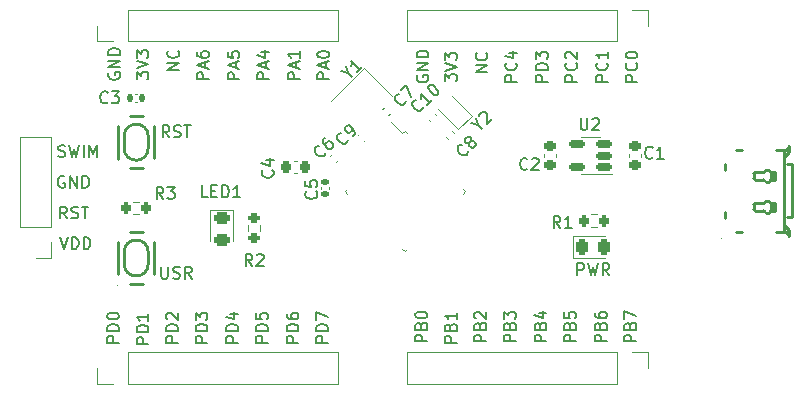
<source format=gto>
G04 #@! TF.GenerationSoftware,KiCad,Pcbnew,(6.0.7-1)-1*
G04 #@! TF.CreationDate,2023-06-08T21:11:32-04:00*
G04 #@! TF.ProjectId,stm8l151k6t6_board,73746d38-6c31-4353-916b-3674365f626f,rev?*
G04 #@! TF.SameCoordinates,Original*
G04 #@! TF.FileFunction,Legend,Top*
G04 #@! TF.FilePolarity,Positive*
%FSLAX46Y46*%
G04 Gerber Fmt 4.6, Leading zero omitted, Abs format (unit mm)*
G04 Created by KiCad (PCBNEW (6.0.7-1)-1) date 2023-06-08 21:11:32*
%MOMM*%
%LPD*%
G01*
G04 APERTURE LIST*
G04 Aperture macros list*
%AMRoundRect*
0 Rectangle with rounded corners*
0 $1 Rounding radius*
0 $2 $3 $4 $5 $6 $7 $8 $9 X,Y pos of 4 corners*
0 Add a 4 corners polygon primitive as box body*
4,1,4,$2,$3,$4,$5,$6,$7,$8,$9,$2,$3,0*
0 Add four circle primitives for the rounded corners*
1,1,$1+$1,$2,$3*
1,1,$1+$1,$4,$5*
1,1,$1+$1,$6,$7*
1,1,$1+$1,$8,$9*
0 Add four rect primitives between the rounded corners*
20,1,$1+$1,$2,$3,$4,$5,0*
20,1,$1+$1,$4,$5,$6,$7,0*
20,1,$1+$1,$6,$7,$8,$9,0*
20,1,$1+$1,$8,$9,$2,$3,0*%
%AMRotRect*
0 Rectangle, with rotation*
0 The origin of the aperture is its center*
0 $1 length*
0 $2 width*
0 $3 Rotation angle, in degrees counterclockwise*
0 Add horizontal line*
21,1,$1,$2,0,0,$3*%
G04 Aperture macros list end*
%ADD10C,0.160000*%
%ADD11C,0.150000*%
%ADD12C,0.120000*%
%ADD13C,0.254001*%
%ADD14C,0.059995*%
%ADD15RoundRect,0.140000X-0.219203X-0.021213X-0.021213X-0.219203X0.219203X0.021213X0.021213X0.219203X0*%
%ADD16R,1.700000X1.700000*%
%ADD17O,1.700000X1.700000*%
%ADD18C,3.200000*%
%ADD19RoundRect,0.150000X0.512500X0.150000X-0.512500X0.150000X-0.512500X-0.150000X0.512500X-0.150000X0*%
%ADD20RoundRect,0.225000X0.225000X0.250000X-0.225000X0.250000X-0.225000X-0.250000X0.225000X-0.250000X0*%
%ADD21RotRect,1.400000X1.200000X225.000000*%
%ADD22RoundRect,0.140000X-0.140000X-0.170000X0.140000X-0.170000X0.140000X0.170000X-0.140000X0.170000X0*%
%ADD23RoundRect,0.140000X0.021213X-0.219203X0.219203X-0.021213X-0.021213X0.219203X-0.219203X0.021213X0*%
%ADD24RoundRect,0.200000X-0.200000X-0.275000X0.200000X-0.275000X0.200000X0.275000X-0.200000X0.275000X0*%
%ADD25RoundRect,0.200000X-0.275000X0.200000X-0.275000X-0.200000X0.275000X-0.200000X0.275000X0.200000X0*%
%ADD26C,0.600000*%
%ADD27R,1.350013X0.400000*%
%ADD28R,1.199898X1.600000*%
%ADD29O,2.400000X1.200000*%
%ADD30RoundRect,0.125000X-0.530330X0.353553X0.353553X-0.530330X0.530330X-0.353553X-0.353553X0.530330X0*%
%ADD31RoundRect,0.125000X-0.530330X-0.353553X-0.353553X-0.530330X0.530330X0.353553X0.353553X0.530330X0*%
%ADD32RoundRect,0.225000X0.250000X-0.225000X0.250000X0.225000X-0.250000X0.225000X-0.250000X-0.225000X0*%
%ADD33RoundRect,0.140000X0.219203X0.021213X0.021213X0.219203X-0.219203X-0.021213X-0.021213X-0.219203X0*%
%ADD34R,0.700000X1.050013*%
%ADD35RoundRect,0.243750X-0.243750X-0.456250X0.243750X-0.456250X0.243750X0.456250X-0.243750X0.456250X0*%
%ADD36RotRect,0.600000X1.100000X135.000000*%
%ADD37RoundRect,0.140000X-0.170000X0.140000X-0.170000X-0.140000X0.170000X-0.140000X0.170000X0.140000X0*%
%ADD38RoundRect,0.225000X-0.250000X0.225000X-0.250000X-0.225000X0.250000X-0.225000X0.250000X0.225000X0*%
%ADD39RoundRect,0.140000X-0.021213X0.219203X-0.219203X0.021213X0.021213X-0.219203X0.219203X-0.021213X0*%
%ADD40RoundRect,0.243750X-0.456250X0.243750X-0.456250X-0.243750X0.456250X-0.243750X0.456250X0.243750X0*%
G04 APERTURE END LIST*
D10*
X109252380Y-88457904D02*
X108252380Y-88457904D01*
X109252380Y-87886476D01*
X108252380Y-87886476D01*
X109157142Y-86838857D02*
X109204761Y-86886476D01*
X109252380Y-87029333D01*
X109252380Y-87124571D01*
X109204761Y-87267428D01*
X109109523Y-87362666D01*
X109014285Y-87410285D01*
X108823809Y-87457904D01*
X108680952Y-87457904D01*
X108490476Y-87410285D01*
X108395238Y-87362666D01*
X108300000Y-87267428D01*
X108252380Y-87124571D01*
X108252380Y-87029333D01*
X108300000Y-86886476D01*
X108347619Y-86838857D01*
X121852380Y-111557904D02*
X120852380Y-111557904D01*
X120852380Y-111176952D01*
X120900000Y-111081714D01*
X120947619Y-111034095D01*
X121042857Y-110986476D01*
X121185714Y-110986476D01*
X121280952Y-111034095D01*
X121328571Y-111081714D01*
X121376190Y-111176952D01*
X121376190Y-111557904D01*
X121852380Y-110557904D02*
X120852380Y-110557904D01*
X120852380Y-110319809D01*
X120900000Y-110176952D01*
X120995238Y-110081714D01*
X121090476Y-110034095D01*
X121280952Y-109986476D01*
X121423809Y-109986476D01*
X121614285Y-110034095D01*
X121709523Y-110081714D01*
X121804761Y-110176952D01*
X121852380Y-110319809D01*
X121852380Y-110557904D01*
X120852380Y-109653142D02*
X120852380Y-108986476D01*
X121852380Y-109415047D01*
X111652380Y-111557904D02*
X110652380Y-111557904D01*
X110652380Y-111176952D01*
X110700000Y-111081714D01*
X110747619Y-111034095D01*
X110842857Y-110986476D01*
X110985714Y-110986476D01*
X111080952Y-111034095D01*
X111128571Y-111081714D01*
X111176190Y-111176952D01*
X111176190Y-111557904D01*
X111652380Y-110557904D02*
X110652380Y-110557904D01*
X110652380Y-110319809D01*
X110700000Y-110176952D01*
X110795238Y-110081714D01*
X110890476Y-110034095D01*
X111080952Y-109986476D01*
X111223809Y-109986476D01*
X111414285Y-110034095D01*
X111509523Y-110081714D01*
X111604761Y-110176952D01*
X111652380Y-110319809D01*
X111652380Y-110557904D01*
X110652380Y-109653142D02*
X110652380Y-109034095D01*
X111033333Y-109367428D01*
X111033333Y-109224571D01*
X111080952Y-109129333D01*
X111128571Y-109081714D01*
X111223809Y-109034095D01*
X111461904Y-109034095D01*
X111557142Y-109081714D01*
X111604761Y-109129333D01*
X111652380Y-109224571D01*
X111652380Y-109510285D01*
X111604761Y-109605523D01*
X111557142Y-109653142D01*
X116752380Y-111557904D02*
X115752380Y-111557904D01*
X115752380Y-111176952D01*
X115800000Y-111081714D01*
X115847619Y-111034095D01*
X115942857Y-110986476D01*
X116085714Y-110986476D01*
X116180952Y-111034095D01*
X116228571Y-111081714D01*
X116276190Y-111176952D01*
X116276190Y-111557904D01*
X116752380Y-110557904D02*
X115752380Y-110557904D01*
X115752380Y-110319809D01*
X115800000Y-110176952D01*
X115895238Y-110081714D01*
X115990476Y-110034095D01*
X116180952Y-109986476D01*
X116323809Y-109986476D01*
X116514285Y-110034095D01*
X116609523Y-110081714D01*
X116704761Y-110176952D01*
X116752380Y-110319809D01*
X116752380Y-110557904D01*
X115752380Y-109081714D02*
X115752380Y-109557904D01*
X116228571Y-109605523D01*
X116180952Y-109557904D01*
X116133333Y-109462666D01*
X116133333Y-109224571D01*
X116180952Y-109129333D01*
X116228571Y-109081714D01*
X116323809Y-109034095D01*
X116561904Y-109034095D01*
X116657142Y-109081714D01*
X116704761Y-109129333D01*
X116752380Y-109224571D01*
X116752380Y-109462666D01*
X116704761Y-109557904D01*
X116657142Y-109605523D01*
X119352380Y-111557904D02*
X118352380Y-111557904D01*
X118352380Y-111176952D01*
X118400000Y-111081714D01*
X118447619Y-111034095D01*
X118542857Y-110986476D01*
X118685714Y-110986476D01*
X118780952Y-111034095D01*
X118828571Y-111081714D01*
X118876190Y-111176952D01*
X118876190Y-111557904D01*
X119352380Y-110557904D02*
X118352380Y-110557904D01*
X118352380Y-110319809D01*
X118400000Y-110176952D01*
X118495238Y-110081714D01*
X118590476Y-110034095D01*
X118780952Y-109986476D01*
X118923809Y-109986476D01*
X119114285Y-110034095D01*
X119209523Y-110081714D01*
X119304761Y-110176952D01*
X119352380Y-110319809D01*
X119352380Y-110557904D01*
X118352380Y-109129333D02*
X118352380Y-109319809D01*
X118400000Y-109415047D01*
X118447619Y-109462666D01*
X118590476Y-109557904D01*
X118780952Y-109605523D01*
X119161904Y-109605523D01*
X119257142Y-109557904D01*
X119304761Y-109510285D01*
X119352380Y-109415047D01*
X119352380Y-109224571D01*
X119304761Y-109129333D01*
X119257142Y-109081714D01*
X119161904Y-109034095D01*
X118923809Y-109034095D01*
X118828571Y-109081714D01*
X118780952Y-109129333D01*
X118733333Y-109224571D01*
X118733333Y-109415047D01*
X118780952Y-109510285D01*
X118828571Y-109557904D01*
X118923809Y-109605523D01*
D11*
X99166666Y-102652380D02*
X99500000Y-103652380D01*
X99833333Y-102652380D01*
X100166666Y-103652380D02*
X100166666Y-102652380D01*
X100404761Y-102652380D01*
X100547619Y-102700000D01*
X100642857Y-102795238D01*
X100690476Y-102890476D01*
X100738095Y-103080952D01*
X100738095Y-103223809D01*
X100690476Y-103414285D01*
X100642857Y-103509523D01*
X100547619Y-103604761D01*
X100404761Y-103652380D01*
X100166666Y-103652380D01*
X101166666Y-103652380D02*
X101166666Y-102652380D01*
X101404761Y-102652380D01*
X101547619Y-102700000D01*
X101642857Y-102795238D01*
X101690476Y-102890476D01*
X101738095Y-103080952D01*
X101738095Y-103223809D01*
X101690476Y-103414285D01*
X101642857Y-103509523D01*
X101547619Y-103604761D01*
X101404761Y-103652380D01*
X101166666Y-103652380D01*
D10*
X148052380Y-89457904D02*
X147052380Y-89457904D01*
X147052380Y-89076952D01*
X147100000Y-88981714D01*
X147147619Y-88934095D01*
X147242857Y-88886476D01*
X147385714Y-88886476D01*
X147480952Y-88934095D01*
X147528571Y-88981714D01*
X147576190Y-89076952D01*
X147576190Y-89457904D01*
X147957142Y-87886476D02*
X148004761Y-87934095D01*
X148052380Y-88076952D01*
X148052380Y-88172190D01*
X148004761Y-88315047D01*
X147909523Y-88410285D01*
X147814285Y-88457904D01*
X147623809Y-88505523D01*
X147480952Y-88505523D01*
X147290476Y-88457904D01*
X147195238Y-88410285D01*
X147100000Y-88315047D01*
X147052380Y-88172190D01*
X147052380Y-88076952D01*
X147100000Y-87934095D01*
X147147619Y-87886476D01*
X147052380Y-87267428D02*
X147052380Y-87172190D01*
X147100000Y-87076952D01*
X147147619Y-87029333D01*
X147242857Y-86981714D01*
X147433333Y-86934095D01*
X147671428Y-86934095D01*
X147861904Y-86981714D01*
X147957142Y-87029333D01*
X148004761Y-87076952D01*
X148052380Y-87172190D01*
X148052380Y-87267428D01*
X148004761Y-87362666D01*
X147957142Y-87410285D01*
X147861904Y-87457904D01*
X147671428Y-87505523D01*
X147433333Y-87505523D01*
X147242857Y-87457904D01*
X147147619Y-87410285D01*
X147100000Y-87362666D01*
X147052380Y-87267428D01*
X111752380Y-89257904D02*
X110752380Y-89257904D01*
X110752380Y-88876952D01*
X110800000Y-88781714D01*
X110847619Y-88734095D01*
X110942857Y-88686476D01*
X111085714Y-88686476D01*
X111180952Y-88734095D01*
X111228571Y-88781714D01*
X111276190Y-88876952D01*
X111276190Y-89257904D01*
X111466666Y-88305523D02*
X111466666Y-87829333D01*
X111752380Y-88400761D02*
X110752380Y-88067428D01*
X111752380Y-87734095D01*
X110752380Y-86972190D02*
X110752380Y-87162666D01*
X110800000Y-87257904D01*
X110847619Y-87305523D01*
X110990476Y-87400761D01*
X111180952Y-87448380D01*
X111561904Y-87448380D01*
X111657142Y-87400761D01*
X111704761Y-87353142D01*
X111752380Y-87257904D01*
X111752380Y-87067428D01*
X111704761Y-86972190D01*
X111657142Y-86924571D01*
X111561904Y-86876952D01*
X111323809Y-86876952D01*
X111228571Y-86924571D01*
X111180952Y-86972190D01*
X111133333Y-87067428D01*
X111133333Y-87257904D01*
X111180952Y-87353142D01*
X111228571Y-87400761D01*
X111323809Y-87448380D01*
X137852380Y-89457904D02*
X136852380Y-89457904D01*
X136852380Y-89076952D01*
X136900000Y-88981714D01*
X136947619Y-88934095D01*
X137042857Y-88886476D01*
X137185714Y-88886476D01*
X137280952Y-88934095D01*
X137328571Y-88981714D01*
X137376190Y-89076952D01*
X137376190Y-89457904D01*
X137757142Y-87886476D02*
X137804761Y-87934095D01*
X137852380Y-88076952D01*
X137852380Y-88172190D01*
X137804761Y-88315047D01*
X137709523Y-88410285D01*
X137614285Y-88457904D01*
X137423809Y-88505523D01*
X137280952Y-88505523D01*
X137090476Y-88457904D01*
X136995238Y-88410285D01*
X136900000Y-88315047D01*
X136852380Y-88172190D01*
X136852380Y-88076952D01*
X136900000Y-87934095D01*
X136947619Y-87886476D01*
X137185714Y-87029333D02*
X137852380Y-87029333D01*
X136804761Y-87267428D02*
X137519047Y-87505523D01*
X137519047Y-86886476D01*
X147952380Y-111457904D02*
X146952380Y-111457904D01*
X146952380Y-111076952D01*
X147000000Y-110981714D01*
X147047619Y-110934095D01*
X147142857Y-110886476D01*
X147285714Y-110886476D01*
X147380952Y-110934095D01*
X147428571Y-110981714D01*
X147476190Y-111076952D01*
X147476190Y-111457904D01*
X147428571Y-110124571D02*
X147476190Y-109981714D01*
X147523809Y-109934095D01*
X147619047Y-109886476D01*
X147761904Y-109886476D01*
X147857142Y-109934095D01*
X147904761Y-109981714D01*
X147952380Y-110076952D01*
X147952380Y-110457904D01*
X146952380Y-110457904D01*
X146952380Y-110124571D01*
X147000000Y-110029333D01*
X147047619Y-109981714D01*
X147142857Y-109934095D01*
X147238095Y-109934095D01*
X147333333Y-109981714D01*
X147380952Y-110029333D01*
X147428571Y-110124571D01*
X147428571Y-110457904D01*
X146952380Y-109553142D02*
X146952380Y-108886476D01*
X147952380Y-109315047D01*
D11*
X99752380Y-101052380D02*
X99419047Y-100576190D01*
X99180952Y-101052380D02*
X99180952Y-100052380D01*
X99561904Y-100052380D01*
X99657142Y-100100000D01*
X99704761Y-100147619D01*
X99752380Y-100242857D01*
X99752380Y-100385714D01*
X99704761Y-100480952D01*
X99657142Y-100528571D01*
X99561904Y-100576190D01*
X99180952Y-100576190D01*
X100133333Y-101004761D02*
X100276190Y-101052380D01*
X100514285Y-101052380D01*
X100609523Y-101004761D01*
X100657142Y-100957142D01*
X100704761Y-100861904D01*
X100704761Y-100766666D01*
X100657142Y-100671428D01*
X100609523Y-100623809D01*
X100514285Y-100576190D01*
X100323809Y-100528571D01*
X100228571Y-100480952D01*
X100180952Y-100433333D01*
X100133333Y-100338095D01*
X100133333Y-100242857D01*
X100180952Y-100147619D01*
X100228571Y-100100000D01*
X100323809Y-100052380D01*
X100561904Y-100052380D01*
X100704761Y-100100000D01*
X100990476Y-100052380D02*
X101561904Y-100052380D01*
X101276190Y-101052380D02*
X101276190Y-100052380D01*
D10*
X132752380Y-111557904D02*
X131752380Y-111557904D01*
X131752380Y-111176952D01*
X131800000Y-111081714D01*
X131847619Y-111034095D01*
X131942857Y-110986476D01*
X132085714Y-110986476D01*
X132180952Y-111034095D01*
X132228571Y-111081714D01*
X132276190Y-111176952D01*
X132276190Y-111557904D01*
X132228571Y-110224571D02*
X132276190Y-110081714D01*
X132323809Y-110034095D01*
X132419047Y-109986476D01*
X132561904Y-109986476D01*
X132657142Y-110034095D01*
X132704761Y-110081714D01*
X132752380Y-110176952D01*
X132752380Y-110557904D01*
X131752380Y-110557904D01*
X131752380Y-110224571D01*
X131800000Y-110129333D01*
X131847619Y-110081714D01*
X131942857Y-110034095D01*
X132038095Y-110034095D01*
X132133333Y-110081714D01*
X132180952Y-110129333D01*
X132228571Y-110224571D01*
X132228571Y-110557904D01*
X132752380Y-109034095D02*
X132752380Y-109605523D01*
X132752380Y-109319809D02*
X131752380Y-109319809D01*
X131895238Y-109415047D01*
X131990476Y-109510285D01*
X132038095Y-109605523D01*
X131752380Y-89453142D02*
X131752380Y-88834095D01*
X132133333Y-89167428D01*
X132133333Y-89024571D01*
X132180952Y-88929333D01*
X132228571Y-88881714D01*
X132323809Y-88834095D01*
X132561904Y-88834095D01*
X132657142Y-88881714D01*
X132704761Y-88929333D01*
X132752380Y-89024571D01*
X132752380Y-89310285D01*
X132704761Y-89405523D01*
X132657142Y-89453142D01*
X131752380Y-88548380D02*
X132752380Y-88215047D01*
X131752380Y-87881714D01*
X131752380Y-87643619D02*
X131752380Y-87024571D01*
X132133333Y-87357904D01*
X132133333Y-87215047D01*
X132180952Y-87119809D01*
X132228571Y-87072190D01*
X132323809Y-87024571D01*
X132561904Y-87024571D01*
X132657142Y-87072190D01*
X132704761Y-87119809D01*
X132752380Y-87215047D01*
X132752380Y-87500761D01*
X132704761Y-87596000D01*
X132657142Y-87643619D01*
D11*
X99538095Y-97500000D02*
X99442857Y-97452380D01*
X99300000Y-97452380D01*
X99157142Y-97500000D01*
X99061904Y-97595238D01*
X99014285Y-97690476D01*
X98966666Y-97880952D01*
X98966666Y-98023809D01*
X99014285Y-98214285D01*
X99061904Y-98309523D01*
X99157142Y-98404761D01*
X99300000Y-98452380D01*
X99395238Y-98452380D01*
X99538095Y-98404761D01*
X99585714Y-98357142D01*
X99585714Y-98023809D01*
X99395238Y-98023809D01*
X100014285Y-98452380D02*
X100014285Y-97452380D01*
X100585714Y-98452380D01*
X100585714Y-97452380D01*
X101061904Y-98452380D02*
X101061904Y-97452380D01*
X101300000Y-97452380D01*
X101442857Y-97500000D01*
X101538095Y-97595238D01*
X101585714Y-97690476D01*
X101633333Y-97880952D01*
X101633333Y-98023809D01*
X101585714Y-98214285D01*
X101538095Y-98309523D01*
X101442857Y-98404761D01*
X101300000Y-98452380D01*
X101061904Y-98452380D01*
D10*
X121952380Y-89257904D02*
X120952380Y-89257904D01*
X120952380Y-88876952D01*
X121000000Y-88781714D01*
X121047619Y-88734095D01*
X121142857Y-88686476D01*
X121285714Y-88686476D01*
X121380952Y-88734095D01*
X121428571Y-88781714D01*
X121476190Y-88876952D01*
X121476190Y-89257904D01*
X121666666Y-88305523D02*
X121666666Y-87829333D01*
X121952380Y-88400761D02*
X120952380Y-88067428D01*
X121952380Y-87734095D01*
X120952380Y-87210285D02*
X120952380Y-87115047D01*
X121000000Y-87019809D01*
X121047619Y-86972190D01*
X121142857Y-86924571D01*
X121333333Y-86876952D01*
X121571428Y-86876952D01*
X121761904Y-86924571D01*
X121857142Y-86972190D01*
X121904761Y-87019809D01*
X121952380Y-87115047D01*
X121952380Y-87210285D01*
X121904761Y-87305523D01*
X121857142Y-87353142D01*
X121761904Y-87400761D01*
X121571428Y-87448380D01*
X121333333Y-87448380D01*
X121142857Y-87400761D01*
X121047619Y-87353142D01*
X121000000Y-87305523D01*
X120952380Y-87210285D01*
X140352380Y-111457904D02*
X139352380Y-111457904D01*
X139352380Y-111076952D01*
X139400000Y-110981714D01*
X139447619Y-110934095D01*
X139542857Y-110886476D01*
X139685714Y-110886476D01*
X139780952Y-110934095D01*
X139828571Y-110981714D01*
X139876190Y-111076952D01*
X139876190Y-111457904D01*
X139828571Y-110124571D02*
X139876190Y-109981714D01*
X139923809Y-109934095D01*
X140019047Y-109886476D01*
X140161904Y-109886476D01*
X140257142Y-109934095D01*
X140304761Y-109981714D01*
X140352380Y-110076952D01*
X140352380Y-110457904D01*
X139352380Y-110457904D01*
X139352380Y-110124571D01*
X139400000Y-110029333D01*
X139447619Y-109981714D01*
X139542857Y-109934095D01*
X139638095Y-109934095D01*
X139733333Y-109981714D01*
X139780952Y-110029333D01*
X139828571Y-110124571D01*
X139828571Y-110457904D01*
X139685714Y-109029333D02*
X140352380Y-109029333D01*
X139304761Y-109267428D02*
X140019047Y-109505523D01*
X140019047Y-108886476D01*
X114352380Y-89257904D02*
X113352380Y-89257904D01*
X113352380Y-88876952D01*
X113400000Y-88781714D01*
X113447619Y-88734095D01*
X113542857Y-88686476D01*
X113685714Y-88686476D01*
X113780952Y-88734095D01*
X113828571Y-88781714D01*
X113876190Y-88876952D01*
X113876190Y-89257904D01*
X114066666Y-88305523D02*
X114066666Y-87829333D01*
X114352380Y-88400761D02*
X113352380Y-88067428D01*
X114352380Y-87734095D01*
X113352380Y-86924571D02*
X113352380Y-87400761D01*
X113828571Y-87448380D01*
X113780952Y-87400761D01*
X113733333Y-87305523D01*
X113733333Y-87067428D01*
X113780952Y-86972190D01*
X113828571Y-86924571D01*
X113923809Y-86876952D01*
X114161904Y-86876952D01*
X114257142Y-86924571D01*
X114304761Y-86972190D01*
X114352380Y-87067428D01*
X114352380Y-87305523D01*
X114304761Y-87400761D01*
X114257142Y-87448380D01*
X106652380Y-111657904D02*
X105652380Y-111657904D01*
X105652380Y-111276952D01*
X105700000Y-111181714D01*
X105747619Y-111134095D01*
X105842857Y-111086476D01*
X105985714Y-111086476D01*
X106080952Y-111134095D01*
X106128571Y-111181714D01*
X106176190Y-111276952D01*
X106176190Y-111657904D01*
X106652380Y-110657904D02*
X105652380Y-110657904D01*
X105652380Y-110419809D01*
X105700000Y-110276952D01*
X105795238Y-110181714D01*
X105890476Y-110134095D01*
X106080952Y-110086476D01*
X106223809Y-110086476D01*
X106414285Y-110134095D01*
X106509523Y-110181714D01*
X106604761Y-110276952D01*
X106652380Y-110419809D01*
X106652380Y-110657904D01*
X106652380Y-109134095D02*
X106652380Y-109705523D01*
X106652380Y-109419809D02*
X105652380Y-109419809D01*
X105795238Y-109515047D01*
X105890476Y-109610285D01*
X105938095Y-109705523D01*
X119452380Y-89257904D02*
X118452380Y-89257904D01*
X118452380Y-88876952D01*
X118500000Y-88781714D01*
X118547619Y-88734095D01*
X118642857Y-88686476D01*
X118785714Y-88686476D01*
X118880952Y-88734095D01*
X118928571Y-88781714D01*
X118976190Y-88876952D01*
X118976190Y-89257904D01*
X119166666Y-88305523D02*
X119166666Y-87829333D01*
X119452380Y-88400761D02*
X118452380Y-88067428D01*
X119452380Y-87734095D01*
X119452380Y-86876952D02*
X119452380Y-87448380D01*
X119452380Y-87162666D02*
X118452380Y-87162666D01*
X118595238Y-87257904D01*
X118690476Y-87353142D01*
X118738095Y-87448380D01*
X142952380Y-89457904D02*
X141952380Y-89457904D01*
X141952380Y-89076952D01*
X142000000Y-88981714D01*
X142047619Y-88934095D01*
X142142857Y-88886476D01*
X142285714Y-88886476D01*
X142380952Y-88934095D01*
X142428571Y-88981714D01*
X142476190Y-89076952D01*
X142476190Y-89457904D01*
X142857142Y-87886476D02*
X142904761Y-87934095D01*
X142952380Y-88076952D01*
X142952380Y-88172190D01*
X142904761Y-88315047D01*
X142809523Y-88410285D01*
X142714285Y-88457904D01*
X142523809Y-88505523D01*
X142380952Y-88505523D01*
X142190476Y-88457904D01*
X142095238Y-88410285D01*
X142000000Y-88315047D01*
X141952380Y-88172190D01*
X141952380Y-88076952D01*
X142000000Y-87934095D01*
X142047619Y-87886476D01*
X142047619Y-87505523D02*
X142000000Y-87457904D01*
X141952380Y-87362666D01*
X141952380Y-87124571D01*
X142000000Y-87029333D01*
X142047619Y-86981714D01*
X142142857Y-86934095D01*
X142238095Y-86934095D01*
X142380952Y-86981714D01*
X142952380Y-87553142D01*
X142952380Y-86934095D01*
X103300000Y-88734095D02*
X103252380Y-88829333D01*
X103252380Y-88972190D01*
X103300000Y-89115047D01*
X103395238Y-89210285D01*
X103490476Y-89257904D01*
X103680952Y-89305523D01*
X103823809Y-89305523D01*
X104014285Y-89257904D01*
X104109523Y-89210285D01*
X104204761Y-89115047D01*
X104252380Y-88972190D01*
X104252380Y-88876952D01*
X104204761Y-88734095D01*
X104157142Y-88686476D01*
X103823809Y-88686476D01*
X103823809Y-88876952D01*
X104252380Y-88257904D02*
X103252380Y-88257904D01*
X104252380Y-87686476D01*
X103252380Y-87686476D01*
X104252380Y-87210285D02*
X103252380Y-87210285D01*
X103252380Y-86972190D01*
X103300000Y-86829333D01*
X103395238Y-86734095D01*
X103490476Y-86686476D01*
X103680952Y-86638857D01*
X103823809Y-86638857D01*
X104014285Y-86686476D01*
X104109523Y-86734095D01*
X104204761Y-86829333D01*
X104252380Y-86972190D01*
X104252380Y-87210285D01*
X116852380Y-89257904D02*
X115852380Y-89257904D01*
X115852380Y-88876952D01*
X115900000Y-88781714D01*
X115947619Y-88734095D01*
X116042857Y-88686476D01*
X116185714Y-88686476D01*
X116280952Y-88734095D01*
X116328571Y-88781714D01*
X116376190Y-88876952D01*
X116376190Y-89257904D01*
X116566666Y-88305523D02*
X116566666Y-87829333D01*
X116852380Y-88400761D02*
X115852380Y-88067428D01*
X116852380Y-87734095D01*
X116185714Y-86972190D02*
X116852380Y-86972190D01*
X115804761Y-87210285D02*
X116519047Y-87448380D01*
X116519047Y-86829333D01*
X137752380Y-111457904D02*
X136752380Y-111457904D01*
X136752380Y-111076952D01*
X136800000Y-110981714D01*
X136847619Y-110934095D01*
X136942857Y-110886476D01*
X137085714Y-110886476D01*
X137180952Y-110934095D01*
X137228571Y-110981714D01*
X137276190Y-111076952D01*
X137276190Y-111457904D01*
X137228571Y-110124571D02*
X137276190Y-109981714D01*
X137323809Y-109934095D01*
X137419047Y-109886476D01*
X137561904Y-109886476D01*
X137657142Y-109934095D01*
X137704761Y-109981714D01*
X137752380Y-110076952D01*
X137752380Y-110457904D01*
X136752380Y-110457904D01*
X136752380Y-110124571D01*
X136800000Y-110029333D01*
X136847619Y-109981714D01*
X136942857Y-109934095D01*
X137038095Y-109934095D01*
X137133333Y-109981714D01*
X137180952Y-110029333D01*
X137228571Y-110124571D01*
X137228571Y-110457904D01*
X136752380Y-109553142D02*
X136752380Y-108934095D01*
X137133333Y-109267428D01*
X137133333Y-109124571D01*
X137180952Y-109029333D01*
X137228571Y-108981714D01*
X137323809Y-108934095D01*
X137561904Y-108934095D01*
X137657142Y-108981714D01*
X137704761Y-109029333D01*
X137752380Y-109124571D01*
X137752380Y-109410285D01*
X137704761Y-109505523D01*
X137657142Y-109553142D01*
X129400000Y-88934095D02*
X129352380Y-89029333D01*
X129352380Y-89172190D01*
X129400000Y-89315047D01*
X129495238Y-89410285D01*
X129590476Y-89457904D01*
X129780952Y-89505523D01*
X129923809Y-89505523D01*
X130114285Y-89457904D01*
X130209523Y-89410285D01*
X130304761Y-89315047D01*
X130352380Y-89172190D01*
X130352380Y-89076952D01*
X130304761Y-88934095D01*
X130257142Y-88886476D01*
X129923809Y-88886476D01*
X129923809Y-89076952D01*
X130352380Y-88457904D02*
X129352380Y-88457904D01*
X130352380Y-87886476D01*
X129352380Y-87886476D01*
X130352380Y-87410285D02*
X129352380Y-87410285D01*
X129352380Y-87172190D01*
X129400000Y-87029333D01*
X129495238Y-86934095D01*
X129590476Y-86886476D01*
X129780952Y-86838857D01*
X129923809Y-86838857D01*
X130114285Y-86886476D01*
X130209523Y-86934095D01*
X130304761Y-87029333D01*
X130352380Y-87172190D01*
X130352380Y-87410285D01*
X114252380Y-111557904D02*
X113252380Y-111557904D01*
X113252380Y-111176952D01*
X113300000Y-111081714D01*
X113347619Y-111034095D01*
X113442857Y-110986476D01*
X113585714Y-110986476D01*
X113680952Y-111034095D01*
X113728571Y-111081714D01*
X113776190Y-111176952D01*
X113776190Y-111557904D01*
X114252380Y-110557904D02*
X113252380Y-110557904D01*
X113252380Y-110319809D01*
X113300000Y-110176952D01*
X113395238Y-110081714D01*
X113490476Y-110034095D01*
X113680952Y-109986476D01*
X113823809Y-109986476D01*
X114014285Y-110034095D01*
X114109523Y-110081714D01*
X114204761Y-110176952D01*
X114252380Y-110319809D01*
X114252380Y-110557904D01*
X113585714Y-109129333D02*
X114252380Y-109129333D01*
X113204761Y-109367428D02*
X113919047Y-109605523D01*
X113919047Y-108986476D01*
X145552380Y-89457904D02*
X144552380Y-89457904D01*
X144552380Y-89076952D01*
X144600000Y-88981714D01*
X144647619Y-88934095D01*
X144742857Y-88886476D01*
X144885714Y-88886476D01*
X144980952Y-88934095D01*
X145028571Y-88981714D01*
X145076190Y-89076952D01*
X145076190Y-89457904D01*
X145457142Y-87886476D02*
X145504761Y-87934095D01*
X145552380Y-88076952D01*
X145552380Y-88172190D01*
X145504761Y-88315047D01*
X145409523Y-88410285D01*
X145314285Y-88457904D01*
X145123809Y-88505523D01*
X144980952Y-88505523D01*
X144790476Y-88457904D01*
X144695238Y-88410285D01*
X144600000Y-88315047D01*
X144552380Y-88172190D01*
X144552380Y-88076952D01*
X144600000Y-87934095D01*
X144647619Y-87886476D01*
X145552380Y-86934095D02*
X145552380Y-87505523D01*
X145552380Y-87219809D02*
X144552380Y-87219809D01*
X144695238Y-87315047D01*
X144790476Y-87410285D01*
X144838095Y-87505523D01*
D11*
X99033333Y-95804761D02*
X99176190Y-95852380D01*
X99414285Y-95852380D01*
X99509523Y-95804761D01*
X99557142Y-95757142D01*
X99604761Y-95661904D01*
X99604761Y-95566666D01*
X99557142Y-95471428D01*
X99509523Y-95423809D01*
X99414285Y-95376190D01*
X99223809Y-95328571D01*
X99128571Y-95280952D01*
X99080952Y-95233333D01*
X99033333Y-95138095D01*
X99033333Y-95042857D01*
X99080952Y-94947619D01*
X99128571Y-94900000D01*
X99223809Y-94852380D01*
X99461904Y-94852380D01*
X99604761Y-94900000D01*
X99938095Y-94852380D02*
X100176190Y-95852380D01*
X100366666Y-95138095D01*
X100557142Y-95852380D01*
X100795238Y-94852380D01*
X101176190Y-95852380D02*
X101176190Y-94852380D01*
X101652380Y-95852380D02*
X101652380Y-94852380D01*
X101985714Y-95566666D01*
X102319047Y-94852380D01*
X102319047Y-95852380D01*
D10*
X109152380Y-111557904D02*
X108152380Y-111557904D01*
X108152380Y-111176952D01*
X108200000Y-111081714D01*
X108247619Y-111034095D01*
X108342857Y-110986476D01*
X108485714Y-110986476D01*
X108580952Y-111034095D01*
X108628571Y-111081714D01*
X108676190Y-111176952D01*
X108676190Y-111557904D01*
X109152380Y-110557904D02*
X108152380Y-110557904D01*
X108152380Y-110319809D01*
X108200000Y-110176952D01*
X108295238Y-110081714D01*
X108390476Y-110034095D01*
X108580952Y-109986476D01*
X108723809Y-109986476D01*
X108914285Y-110034095D01*
X109009523Y-110081714D01*
X109104761Y-110176952D01*
X109152380Y-110319809D01*
X109152380Y-110557904D01*
X108247619Y-109605523D02*
X108200000Y-109557904D01*
X108152380Y-109462666D01*
X108152380Y-109224571D01*
X108200000Y-109129333D01*
X108247619Y-109081714D01*
X108342857Y-109034095D01*
X108438095Y-109034095D01*
X108580952Y-109081714D01*
X109152380Y-109653142D01*
X109152380Y-109034095D01*
X142852380Y-111457904D02*
X141852380Y-111457904D01*
X141852380Y-111076952D01*
X141900000Y-110981714D01*
X141947619Y-110934095D01*
X142042857Y-110886476D01*
X142185714Y-110886476D01*
X142280952Y-110934095D01*
X142328571Y-110981714D01*
X142376190Y-111076952D01*
X142376190Y-111457904D01*
X142328571Y-110124571D02*
X142376190Y-109981714D01*
X142423809Y-109934095D01*
X142519047Y-109886476D01*
X142661904Y-109886476D01*
X142757142Y-109934095D01*
X142804761Y-109981714D01*
X142852380Y-110076952D01*
X142852380Y-110457904D01*
X141852380Y-110457904D01*
X141852380Y-110124571D01*
X141900000Y-110029333D01*
X141947619Y-109981714D01*
X142042857Y-109934095D01*
X142138095Y-109934095D01*
X142233333Y-109981714D01*
X142280952Y-110029333D01*
X142328571Y-110124571D01*
X142328571Y-110457904D01*
X141852380Y-108981714D02*
X141852380Y-109457904D01*
X142328571Y-109505523D01*
X142280952Y-109457904D01*
X142233333Y-109362666D01*
X142233333Y-109124571D01*
X142280952Y-109029333D01*
X142328571Y-108981714D01*
X142423809Y-108934095D01*
X142661904Y-108934095D01*
X142757142Y-108981714D01*
X142804761Y-109029333D01*
X142852380Y-109124571D01*
X142852380Y-109362666D01*
X142804761Y-109457904D01*
X142757142Y-109505523D01*
X135252380Y-111457904D02*
X134252380Y-111457904D01*
X134252380Y-111076952D01*
X134300000Y-110981714D01*
X134347619Y-110934095D01*
X134442857Y-110886476D01*
X134585714Y-110886476D01*
X134680952Y-110934095D01*
X134728571Y-110981714D01*
X134776190Y-111076952D01*
X134776190Y-111457904D01*
X134728571Y-110124571D02*
X134776190Y-109981714D01*
X134823809Y-109934095D01*
X134919047Y-109886476D01*
X135061904Y-109886476D01*
X135157142Y-109934095D01*
X135204761Y-109981714D01*
X135252380Y-110076952D01*
X135252380Y-110457904D01*
X134252380Y-110457904D01*
X134252380Y-110124571D01*
X134300000Y-110029333D01*
X134347619Y-109981714D01*
X134442857Y-109934095D01*
X134538095Y-109934095D01*
X134633333Y-109981714D01*
X134680952Y-110029333D01*
X134728571Y-110124571D01*
X134728571Y-110457904D01*
X134347619Y-109505523D02*
X134300000Y-109457904D01*
X134252380Y-109362666D01*
X134252380Y-109124571D01*
X134300000Y-109029333D01*
X134347619Y-108981714D01*
X134442857Y-108934095D01*
X134538095Y-108934095D01*
X134680952Y-108981714D01*
X135252380Y-109553142D01*
X135252380Y-108934095D01*
X104152380Y-111557904D02*
X103152380Y-111557904D01*
X103152380Y-111176952D01*
X103200000Y-111081714D01*
X103247619Y-111034095D01*
X103342857Y-110986476D01*
X103485714Y-110986476D01*
X103580952Y-111034095D01*
X103628571Y-111081714D01*
X103676190Y-111176952D01*
X103676190Y-111557904D01*
X104152380Y-110557904D02*
X103152380Y-110557904D01*
X103152380Y-110319809D01*
X103200000Y-110176952D01*
X103295238Y-110081714D01*
X103390476Y-110034095D01*
X103580952Y-109986476D01*
X103723809Y-109986476D01*
X103914285Y-110034095D01*
X104009523Y-110081714D01*
X104104761Y-110176952D01*
X104152380Y-110319809D01*
X104152380Y-110557904D01*
X103152380Y-109367428D02*
X103152380Y-109272190D01*
X103200000Y-109176952D01*
X103247619Y-109129333D01*
X103342857Y-109081714D01*
X103533333Y-109034095D01*
X103771428Y-109034095D01*
X103961904Y-109081714D01*
X104057142Y-109129333D01*
X104104761Y-109176952D01*
X104152380Y-109272190D01*
X104152380Y-109367428D01*
X104104761Y-109462666D01*
X104057142Y-109510285D01*
X103961904Y-109557904D01*
X103771428Y-109605523D01*
X103533333Y-109605523D01*
X103342857Y-109557904D01*
X103247619Y-109510285D01*
X103200000Y-109462666D01*
X103152380Y-109367428D01*
X130252380Y-111457904D02*
X129252380Y-111457904D01*
X129252380Y-111076952D01*
X129300000Y-110981714D01*
X129347619Y-110934095D01*
X129442857Y-110886476D01*
X129585714Y-110886476D01*
X129680952Y-110934095D01*
X129728571Y-110981714D01*
X129776190Y-111076952D01*
X129776190Y-111457904D01*
X129728571Y-110124571D02*
X129776190Y-109981714D01*
X129823809Y-109934095D01*
X129919047Y-109886476D01*
X130061904Y-109886476D01*
X130157142Y-109934095D01*
X130204761Y-109981714D01*
X130252380Y-110076952D01*
X130252380Y-110457904D01*
X129252380Y-110457904D01*
X129252380Y-110124571D01*
X129300000Y-110029333D01*
X129347619Y-109981714D01*
X129442857Y-109934095D01*
X129538095Y-109934095D01*
X129633333Y-109981714D01*
X129680952Y-110029333D01*
X129728571Y-110124571D01*
X129728571Y-110457904D01*
X129252380Y-109267428D02*
X129252380Y-109172190D01*
X129300000Y-109076952D01*
X129347619Y-109029333D01*
X129442857Y-108981714D01*
X129633333Y-108934095D01*
X129871428Y-108934095D01*
X130061904Y-108981714D01*
X130157142Y-109029333D01*
X130204761Y-109076952D01*
X130252380Y-109172190D01*
X130252380Y-109267428D01*
X130204761Y-109362666D01*
X130157142Y-109410285D01*
X130061904Y-109457904D01*
X129871428Y-109505523D01*
X129633333Y-109505523D01*
X129442857Y-109457904D01*
X129347619Y-109410285D01*
X129300000Y-109362666D01*
X129252380Y-109267428D01*
X105652380Y-89253142D02*
X105652380Y-88634095D01*
X106033333Y-88967428D01*
X106033333Y-88824571D01*
X106080952Y-88729333D01*
X106128571Y-88681714D01*
X106223809Y-88634095D01*
X106461904Y-88634095D01*
X106557142Y-88681714D01*
X106604761Y-88729333D01*
X106652380Y-88824571D01*
X106652380Y-89110285D01*
X106604761Y-89205523D01*
X106557142Y-89253142D01*
X105652380Y-88348380D02*
X106652380Y-88015047D01*
X105652380Y-87681714D01*
X105652380Y-87443619D02*
X105652380Y-86824571D01*
X106033333Y-87157904D01*
X106033333Y-87015047D01*
X106080952Y-86919809D01*
X106128571Y-86872190D01*
X106223809Y-86824571D01*
X106461904Y-86824571D01*
X106557142Y-86872190D01*
X106604761Y-86919809D01*
X106652380Y-87015047D01*
X106652380Y-87300761D01*
X106604761Y-87396000D01*
X106557142Y-87443619D01*
X145452380Y-111457904D02*
X144452380Y-111457904D01*
X144452380Y-111076952D01*
X144500000Y-110981714D01*
X144547619Y-110934095D01*
X144642857Y-110886476D01*
X144785714Y-110886476D01*
X144880952Y-110934095D01*
X144928571Y-110981714D01*
X144976190Y-111076952D01*
X144976190Y-111457904D01*
X144928571Y-110124571D02*
X144976190Y-109981714D01*
X145023809Y-109934095D01*
X145119047Y-109886476D01*
X145261904Y-109886476D01*
X145357142Y-109934095D01*
X145404761Y-109981714D01*
X145452380Y-110076952D01*
X145452380Y-110457904D01*
X144452380Y-110457904D01*
X144452380Y-110124571D01*
X144500000Y-110029333D01*
X144547619Y-109981714D01*
X144642857Y-109934095D01*
X144738095Y-109934095D01*
X144833333Y-109981714D01*
X144880952Y-110029333D01*
X144928571Y-110124571D01*
X144928571Y-110457904D01*
X144452380Y-109029333D02*
X144452380Y-109219809D01*
X144500000Y-109315047D01*
X144547619Y-109362666D01*
X144690476Y-109457904D01*
X144880952Y-109505523D01*
X145261904Y-109505523D01*
X145357142Y-109457904D01*
X145404761Y-109410285D01*
X145452380Y-109315047D01*
X145452380Y-109124571D01*
X145404761Y-109029333D01*
X145357142Y-108981714D01*
X145261904Y-108934095D01*
X145023809Y-108934095D01*
X144928571Y-108981714D01*
X144880952Y-109029333D01*
X144833333Y-109124571D01*
X144833333Y-109315047D01*
X144880952Y-109410285D01*
X144928571Y-109457904D01*
X145023809Y-109505523D01*
X140452380Y-89457904D02*
X139452380Y-89457904D01*
X139452380Y-89076952D01*
X139500000Y-88981714D01*
X139547619Y-88934095D01*
X139642857Y-88886476D01*
X139785714Y-88886476D01*
X139880952Y-88934095D01*
X139928571Y-88981714D01*
X139976190Y-89076952D01*
X139976190Y-89457904D01*
X140452380Y-88457904D02*
X139452380Y-88457904D01*
X139452380Y-88219809D01*
X139500000Y-88076952D01*
X139595238Y-87981714D01*
X139690476Y-87934095D01*
X139880952Y-87886476D01*
X140023809Y-87886476D01*
X140214285Y-87934095D01*
X140309523Y-87981714D01*
X140404761Y-88076952D01*
X140452380Y-88219809D01*
X140452380Y-88457904D01*
X139452380Y-87553142D02*
X139452380Y-86934095D01*
X139833333Y-87267428D01*
X139833333Y-87124571D01*
X139880952Y-87029333D01*
X139928571Y-86981714D01*
X140023809Y-86934095D01*
X140261904Y-86934095D01*
X140357142Y-86981714D01*
X140404761Y-87029333D01*
X140452380Y-87124571D01*
X140452380Y-87410285D01*
X140404761Y-87505523D01*
X140357142Y-87553142D01*
X135352380Y-88657904D02*
X134352380Y-88657904D01*
X135352380Y-88086476D01*
X134352380Y-88086476D01*
X135257142Y-87038857D02*
X135304761Y-87086476D01*
X135352380Y-87229333D01*
X135352380Y-87324571D01*
X135304761Y-87467428D01*
X135209523Y-87562666D01*
X135114285Y-87610285D01*
X134923809Y-87657904D01*
X134780952Y-87657904D01*
X134590476Y-87610285D01*
X134495238Y-87562666D01*
X134400000Y-87467428D01*
X134352380Y-87324571D01*
X134352380Y-87229333D01*
X134400000Y-87086476D01*
X134447619Y-87038857D01*
D11*
X133734687Y-95370389D02*
X133734687Y-95437732D01*
X133667343Y-95572419D01*
X133600000Y-95639763D01*
X133465312Y-95707106D01*
X133330625Y-95707106D01*
X133229610Y-95673435D01*
X133061251Y-95572419D01*
X132960236Y-95471404D01*
X132859221Y-95303045D01*
X132825549Y-95202030D01*
X132825549Y-95067343D01*
X132892893Y-94932656D01*
X132960236Y-94865312D01*
X133094923Y-94797969D01*
X133162267Y-94797969D01*
X133802030Y-94629610D02*
X133701015Y-94663282D01*
X133633671Y-94663282D01*
X133532656Y-94629610D01*
X133498984Y-94595938D01*
X133465312Y-94494923D01*
X133465312Y-94427580D01*
X133498984Y-94326564D01*
X133633671Y-94191877D01*
X133734687Y-94158206D01*
X133802030Y-94158206D01*
X133903045Y-94191877D01*
X133936717Y-94225549D01*
X133970389Y-94326564D01*
X133970389Y-94393908D01*
X133936717Y-94494923D01*
X133802030Y-94629610D01*
X133768358Y-94730625D01*
X133768358Y-94797969D01*
X133802030Y-94898984D01*
X133936717Y-95033671D01*
X134037732Y-95067343D01*
X134105076Y-95067343D01*
X134206091Y-95033671D01*
X134340778Y-94898984D01*
X134374450Y-94797969D01*
X134374450Y-94730625D01*
X134340778Y-94629610D01*
X134206091Y-94494923D01*
X134105076Y-94461251D01*
X134037732Y-94461251D01*
X133936717Y-94494923D01*
X143238095Y-92552380D02*
X143238095Y-93361904D01*
X143285714Y-93457142D01*
X143333333Y-93504761D01*
X143428571Y-93552380D01*
X143619047Y-93552380D01*
X143714285Y-93504761D01*
X143761904Y-93457142D01*
X143809523Y-93361904D01*
X143809523Y-92552380D01*
X144238095Y-92647619D02*
X144285714Y-92600000D01*
X144380952Y-92552380D01*
X144619047Y-92552380D01*
X144714285Y-92600000D01*
X144761904Y-92647619D01*
X144809523Y-92742857D01*
X144809523Y-92838095D01*
X144761904Y-92980952D01*
X144190476Y-93552380D01*
X144809523Y-93552380D01*
X117157142Y-96966666D02*
X117204761Y-97014285D01*
X117252380Y-97157142D01*
X117252380Y-97252380D01*
X117204761Y-97395238D01*
X117109523Y-97490476D01*
X117014285Y-97538095D01*
X116823809Y-97585714D01*
X116680952Y-97585714D01*
X116490476Y-97538095D01*
X116395238Y-97490476D01*
X116300000Y-97395238D01*
X116252380Y-97252380D01*
X116252380Y-97157142D01*
X116300000Y-97014285D01*
X116347619Y-96966666D01*
X116585714Y-96109523D02*
X117252380Y-96109523D01*
X116204761Y-96347619D02*
X116919047Y-96585714D01*
X116919047Y-95966666D01*
X123546447Y-88719881D02*
X123883165Y-89056599D01*
X122940356Y-88585194D02*
X123546447Y-88719881D01*
X123411760Y-88113790D01*
X124724958Y-88214805D02*
X124320897Y-88618866D01*
X124522928Y-88416835D02*
X123815821Y-87709729D01*
X123849493Y-87878087D01*
X123849493Y-88012774D01*
X123815821Y-88113790D01*
X103198319Y-91207142D02*
X103150700Y-91254761D01*
X103007843Y-91302380D01*
X102912605Y-91302380D01*
X102769747Y-91254761D01*
X102674509Y-91159523D01*
X102626890Y-91064285D01*
X102579271Y-90873809D01*
X102579271Y-90730952D01*
X102626890Y-90540476D01*
X102674509Y-90445238D01*
X102769747Y-90350000D01*
X102912605Y-90302380D01*
X103007843Y-90302380D01*
X103150700Y-90350000D01*
X103198319Y-90397619D01*
X103531652Y-90302380D02*
X104150700Y-90302380D01*
X103817366Y-90683333D01*
X103960224Y-90683333D01*
X104055462Y-90730952D01*
X104103081Y-90778571D01*
X104150700Y-90873809D01*
X104150700Y-91111904D01*
X104103081Y-91207142D01*
X104055462Y-91254761D01*
X103960224Y-91302380D01*
X103674509Y-91302380D01*
X103579271Y-91254761D01*
X103531652Y-91207142D01*
X121634687Y-95470389D02*
X121634687Y-95537732D01*
X121567343Y-95672419D01*
X121500000Y-95739763D01*
X121365312Y-95807106D01*
X121230625Y-95807106D01*
X121129610Y-95773435D01*
X120961251Y-95672419D01*
X120860236Y-95571404D01*
X120759221Y-95403045D01*
X120725549Y-95302030D01*
X120725549Y-95167343D01*
X120792893Y-95032656D01*
X120860236Y-94965312D01*
X120994923Y-94897969D01*
X121062267Y-94897969D01*
X121601015Y-94224534D02*
X121466328Y-94359221D01*
X121432656Y-94460236D01*
X121432656Y-94527580D01*
X121466328Y-94695938D01*
X121567343Y-94864297D01*
X121836717Y-95133671D01*
X121937732Y-95167343D01*
X122005076Y-95167343D01*
X122106091Y-95133671D01*
X122240778Y-94998984D01*
X122274450Y-94897969D01*
X122274450Y-94830625D01*
X122240778Y-94729610D01*
X122072419Y-94561251D01*
X121971404Y-94527580D01*
X121904061Y-94527580D01*
X121803045Y-94561251D01*
X121668358Y-94695938D01*
X121634687Y-94796954D01*
X121634687Y-94864297D01*
X121668358Y-94965312D01*
X107910333Y-99385380D02*
X107577000Y-98909190D01*
X107338904Y-99385380D02*
X107338904Y-98385380D01*
X107719857Y-98385380D01*
X107815095Y-98433000D01*
X107862714Y-98480619D01*
X107910333Y-98575857D01*
X107910333Y-98718714D01*
X107862714Y-98813952D01*
X107815095Y-98861571D01*
X107719857Y-98909190D01*
X107338904Y-98909190D01*
X108243666Y-98385380D02*
X108862714Y-98385380D01*
X108529380Y-98766333D01*
X108672238Y-98766333D01*
X108767476Y-98813952D01*
X108815095Y-98861571D01*
X108862714Y-98956809D01*
X108862714Y-99194904D01*
X108815095Y-99290142D01*
X108767476Y-99337761D01*
X108672238Y-99385380D01*
X108386523Y-99385380D01*
X108291285Y-99337761D01*
X108243666Y-99290142D01*
X115448319Y-105075552D02*
X115114986Y-104599362D01*
X114876890Y-105075552D02*
X114876890Y-104075552D01*
X115257843Y-104075552D01*
X115353081Y-104123172D01*
X115400700Y-104170791D01*
X115448319Y-104266029D01*
X115448319Y-104408886D01*
X115400700Y-104504124D01*
X115353081Y-104551743D01*
X115257843Y-104599362D01*
X114876890Y-104599362D01*
X115829271Y-104170791D02*
X115876890Y-104123172D01*
X115972128Y-104075552D01*
X116210224Y-104075552D01*
X116305462Y-104123172D01*
X116353081Y-104170791D01*
X116400700Y-104266029D01*
X116400700Y-104361267D01*
X116353081Y-104504124D01*
X115781652Y-105075552D01*
X116400700Y-105075552D01*
X128434687Y-91070389D02*
X128434687Y-91137732D01*
X128367343Y-91272419D01*
X128300000Y-91339763D01*
X128165312Y-91407106D01*
X128030625Y-91407106D01*
X127929610Y-91373435D01*
X127761251Y-91272419D01*
X127660236Y-91171404D01*
X127559221Y-91003045D01*
X127525549Y-90902030D01*
X127525549Y-90767343D01*
X127592893Y-90632656D01*
X127660236Y-90565312D01*
X127794923Y-90497969D01*
X127862267Y-90497969D01*
X128030625Y-90194923D02*
X128502030Y-89723519D01*
X128906091Y-90733671D01*
X138733333Y-96857142D02*
X138685714Y-96904761D01*
X138542857Y-96952380D01*
X138447619Y-96952380D01*
X138304761Y-96904761D01*
X138209523Y-96809523D01*
X138161904Y-96714285D01*
X138114285Y-96523809D01*
X138114285Y-96380952D01*
X138161904Y-96190476D01*
X138209523Y-96095238D01*
X138304761Y-96000000D01*
X138447619Y-95952380D01*
X138542857Y-95952380D01*
X138685714Y-96000000D01*
X138733333Y-96047619D01*
X139114285Y-96047619D02*
X139161904Y-96000000D01*
X139257142Y-95952380D01*
X139495238Y-95952380D01*
X139590476Y-96000000D01*
X139638095Y-96047619D01*
X139685714Y-96142857D01*
X139685714Y-96238095D01*
X139638095Y-96380952D01*
X139066666Y-96952380D01*
X139685714Y-96952380D01*
X129897969Y-91607106D02*
X129897969Y-91674450D01*
X129830625Y-91809137D01*
X129763282Y-91876480D01*
X129628595Y-91943824D01*
X129493908Y-91943824D01*
X129392893Y-91910152D01*
X129224534Y-91809137D01*
X129123519Y-91708122D01*
X129022503Y-91539763D01*
X128988832Y-91438748D01*
X128988832Y-91304061D01*
X129056175Y-91169374D01*
X129123519Y-91102030D01*
X129258206Y-91034687D01*
X129325549Y-91034687D01*
X130638748Y-91001015D02*
X130234687Y-91405076D01*
X130436717Y-91203045D02*
X129729610Y-90495938D01*
X129763282Y-90664297D01*
X129763282Y-90798984D01*
X129729610Y-90900000D01*
X130369374Y-89856175D02*
X130436717Y-89788832D01*
X130537732Y-89755160D01*
X130605076Y-89755160D01*
X130706091Y-89788832D01*
X130874450Y-89889847D01*
X131042809Y-90058206D01*
X131143824Y-90226564D01*
X131177496Y-90327580D01*
X131177496Y-90394923D01*
X131143824Y-90495938D01*
X131076480Y-90563282D01*
X130975465Y-90596954D01*
X130908122Y-90596954D01*
X130807106Y-90563282D01*
X130638748Y-90462267D01*
X130470389Y-90293908D01*
X130369374Y-90125549D01*
X130335702Y-90024534D01*
X130335702Y-89957190D01*
X130369374Y-89856175D01*
X107738095Y-105152380D02*
X107738095Y-105961904D01*
X107785714Y-106057142D01*
X107833333Y-106104761D01*
X107928571Y-106152380D01*
X108119047Y-106152380D01*
X108214285Y-106104761D01*
X108261904Y-106057142D01*
X108309523Y-105961904D01*
X108309523Y-105152380D01*
X108738095Y-106104761D02*
X108880952Y-106152380D01*
X109119047Y-106152380D01*
X109214285Y-106104761D01*
X109261904Y-106057142D01*
X109309523Y-105961904D01*
X109309523Y-105866666D01*
X109261904Y-105771428D01*
X109214285Y-105723809D01*
X109119047Y-105676190D01*
X108928571Y-105628571D01*
X108833333Y-105580952D01*
X108785714Y-105533333D01*
X108738095Y-105438095D01*
X108738095Y-105342857D01*
X108785714Y-105247619D01*
X108833333Y-105200000D01*
X108928571Y-105152380D01*
X109166666Y-105152380D01*
X109309523Y-105200000D01*
X110309523Y-106152380D02*
X109976190Y-105676190D01*
X109738095Y-106152380D02*
X109738095Y-105152380D01*
X110119047Y-105152380D01*
X110214285Y-105200000D01*
X110261904Y-105247619D01*
X110309523Y-105342857D01*
X110309523Y-105485714D01*
X110261904Y-105580952D01*
X110214285Y-105628571D01*
X110119047Y-105676190D01*
X109738095Y-105676190D01*
X142966666Y-105852380D02*
X142966666Y-104852380D01*
X143347619Y-104852380D01*
X143442857Y-104900000D01*
X143490476Y-104947619D01*
X143538095Y-105042857D01*
X143538095Y-105185714D01*
X143490476Y-105280952D01*
X143442857Y-105328571D01*
X143347619Y-105376190D01*
X142966666Y-105376190D01*
X143871428Y-104852380D02*
X144109523Y-105852380D01*
X144300000Y-105138095D01*
X144490476Y-105852380D01*
X144728571Y-104852380D01*
X145680952Y-105852380D02*
X145347619Y-105376190D01*
X145109523Y-105852380D02*
X145109523Y-104852380D01*
X145490476Y-104852380D01*
X145585714Y-104900000D01*
X145633333Y-104947619D01*
X145680952Y-105042857D01*
X145680952Y-105185714D01*
X145633333Y-105280952D01*
X145585714Y-105328571D01*
X145490476Y-105376190D01*
X145109523Y-105376190D01*
X134546446Y-93119881D02*
X134883164Y-93456599D01*
X133940355Y-92985194D02*
X134546446Y-93119881D01*
X134411759Y-92513790D01*
X134681133Y-92379103D02*
X134681133Y-92311759D01*
X134714805Y-92210744D01*
X134883164Y-92042385D01*
X134984179Y-92008713D01*
X135051522Y-92008713D01*
X135152538Y-92042385D01*
X135219881Y-92109729D01*
X135287225Y-92244416D01*
X135287225Y-93052538D01*
X135724957Y-92614805D01*
X120857142Y-98766666D02*
X120904761Y-98814285D01*
X120952380Y-98957142D01*
X120952380Y-99052380D01*
X120904761Y-99195238D01*
X120809523Y-99290476D01*
X120714285Y-99338095D01*
X120523809Y-99385714D01*
X120380952Y-99385714D01*
X120190476Y-99338095D01*
X120095238Y-99290476D01*
X120000000Y-99195238D01*
X119952380Y-99052380D01*
X119952380Y-98957142D01*
X120000000Y-98814285D01*
X120047619Y-98766666D01*
X119952380Y-97861904D02*
X119952380Y-98338095D01*
X120428571Y-98385714D01*
X120380952Y-98338095D01*
X120333333Y-98242857D01*
X120333333Y-98004761D01*
X120380952Y-97909523D01*
X120428571Y-97861904D01*
X120523809Y-97814285D01*
X120761904Y-97814285D01*
X120857142Y-97861904D01*
X120904761Y-97909523D01*
X120952380Y-98004761D01*
X120952380Y-98242857D01*
X120904761Y-98338095D01*
X120857142Y-98385714D01*
X149335819Y-95887814D02*
X149288200Y-95935433D01*
X149145343Y-95983052D01*
X149050105Y-95983052D01*
X148907247Y-95935433D01*
X148812009Y-95840195D01*
X148764390Y-95744957D01*
X148716771Y-95554481D01*
X148716771Y-95411624D01*
X148764390Y-95221148D01*
X148812009Y-95125910D01*
X148907247Y-95030672D01*
X149050105Y-94983052D01*
X149145343Y-94983052D01*
X149288200Y-95030672D01*
X149335819Y-95078291D01*
X150288200Y-95983052D02*
X149716771Y-95983052D01*
X150002486Y-95983052D02*
X150002486Y-94983052D01*
X149907247Y-95125910D01*
X149812009Y-95221148D01*
X149716771Y-95268767D01*
X141533333Y-101852380D02*
X141200000Y-101376190D01*
X140961904Y-101852380D02*
X140961904Y-100852380D01*
X141342857Y-100852380D01*
X141438095Y-100900000D01*
X141485714Y-100947619D01*
X141533333Y-101042857D01*
X141533333Y-101185714D01*
X141485714Y-101280952D01*
X141438095Y-101328571D01*
X141342857Y-101376190D01*
X140961904Y-101376190D01*
X142485714Y-101852380D02*
X141914285Y-101852380D01*
X142200000Y-101852380D02*
X142200000Y-100852380D01*
X142104761Y-100995238D01*
X142009523Y-101090476D01*
X141914285Y-101138095D01*
X108418380Y-94178380D02*
X108085047Y-93702190D01*
X107846952Y-94178380D02*
X107846952Y-93178380D01*
X108227904Y-93178380D01*
X108323142Y-93226000D01*
X108370761Y-93273619D01*
X108418380Y-93368857D01*
X108418380Y-93511714D01*
X108370761Y-93606952D01*
X108323142Y-93654571D01*
X108227904Y-93702190D01*
X107846952Y-93702190D01*
X108799333Y-94130761D02*
X108942190Y-94178380D01*
X109180285Y-94178380D01*
X109275523Y-94130761D01*
X109323142Y-94083142D01*
X109370761Y-93987904D01*
X109370761Y-93892666D01*
X109323142Y-93797428D01*
X109275523Y-93749809D01*
X109180285Y-93702190D01*
X108989809Y-93654571D01*
X108894571Y-93606952D01*
X108846952Y-93559333D01*
X108799333Y-93464095D01*
X108799333Y-93368857D01*
X108846952Y-93273619D01*
X108894571Y-93226000D01*
X108989809Y-93178380D01*
X109227904Y-93178380D01*
X109370761Y-93226000D01*
X109656476Y-93178380D02*
X110227904Y-93178380D01*
X109942190Y-94178380D02*
X109942190Y-93178380D01*
X123534687Y-94370389D02*
X123534687Y-94437732D01*
X123467343Y-94572419D01*
X123400000Y-94639763D01*
X123265312Y-94707106D01*
X123130625Y-94707106D01*
X123029610Y-94673435D01*
X122861251Y-94572419D01*
X122760236Y-94471404D01*
X122659221Y-94303045D01*
X122625549Y-94202030D01*
X122625549Y-94067343D01*
X122692893Y-93932656D01*
X122760236Y-93865312D01*
X122894923Y-93797969D01*
X122962267Y-93797969D01*
X123938748Y-94101015D02*
X124073435Y-93966328D01*
X124107106Y-93865312D01*
X124107106Y-93797969D01*
X124073435Y-93629610D01*
X123972419Y-93461251D01*
X123703045Y-93191877D01*
X123602030Y-93158206D01*
X123534687Y-93158206D01*
X123433671Y-93191877D01*
X123298984Y-93326564D01*
X123265312Y-93427580D01*
X123265312Y-93494923D01*
X123298984Y-93595938D01*
X123467343Y-93764297D01*
X123568358Y-93797969D01*
X123635702Y-93797969D01*
X123736717Y-93764297D01*
X123871404Y-93629610D01*
X123905076Y-93528595D01*
X123905076Y-93461251D01*
X123871404Y-93360236D01*
X111656952Y-99258380D02*
X111180761Y-99258380D01*
X111180761Y-98258380D01*
X111990285Y-98734571D02*
X112323619Y-98734571D01*
X112466476Y-99258380D02*
X111990285Y-99258380D01*
X111990285Y-98258380D01*
X112466476Y-98258380D01*
X112895047Y-99258380D02*
X112895047Y-98258380D01*
X113133142Y-98258380D01*
X113276000Y-98306000D01*
X113371238Y-98401238D01*
X113418857Y-98496476D01*
X113466476Y-98686952D01*
X113466476Y-98829809D01*
X113418857Y-99020285D01*
X113371238Y-99115523D01*
X113276000Y-99210761D01*
X113133142Y-99258380D01*
X112895047Y-99258380D01*
X114418857Y-99258380D02*
X113847428Y-99258380D01*
X114133142Y-99258380D02*
X114133142Y-98258380D01*
X114037904Y-98401238D01*
X113942666Y-98496476D01*
X113847428Y-98544095D01*
D12*
X131869190Y-94178307D02*
X132021693Y-94330810D01*
X132378307Y-93669190D02*
X132530810Y-93821693D01*
X147614986Y-83400672D02*
X148944986Y-83400672D01*
X146344986Y-86060672D02*
X128504986Y-86060672D01*
X146344986Y-83400672D02*
X146344986Y-86060672D01*
X146344986Y-83400672D02*
X128504986Y-83400672D01*
X148944986Y-83400672D02*
X148944986Y-84730672D01*
X128504986Y-83400672D02*
X128504986Y-86060672D01*
X144114986Y-94170672D02*
X143314986Y-94170672D01*
X144114986Y-94170672D02*
X144914986Y-94170672D01*
X144114986Y-97290672D02*
X143314986Y-97290672D01*
X144114986Y-97290672D02*
X145914986Y-97290672D01*
X119255566Y-96220672D02*
X118974406Y-96220672D01*
X119255566Y-97240672D02*
X118974406Y-97240672D01*
X124947487Y-88319060D02*
X122119060Y-91147487D01*
X127280940Y-90652513D02*
X124947487Y-88319060D01*
X105507150Y-90490000D02*
X105722822Y-90490000D01*
X105507150Y-91210000D02*
X105722822Y-91210000D01*
X122543293Y-96261482D02*
X122695796Y-96108979D01*
X122034176Y-95752365D02*
X122186679Y-95599862D01*
X105377728Y-99627500D02*
X105852244Y-99627500D01*
X105377728Y-100672500D02*
X105852244Y-100672500D01*
X115092486Y-101635914D02*
X115092486Y-102110430D01*
X116137486Y-101635914D02*
X116137486Y-102110430D01*
D13*
X157885980Y-100305399D02*
X157885980Y-99848198D01*
X157885980Y-97689194D02*
X157885980Y-97231967D01*
X159308408Y-97054192D02*
X159308408Y-97130393D01*
X156922251Y-102230494D02*
X156431040Y-102230494D01*
X160612828Y-102230494D02*
X160923013Y-102540553D01*
X161103023Y-96463895D02*
X160684939Y-96463895D01*
X159359132Y-100406974D02*
X159435409Y-100406974D01*
X160504979Y-95230469D02*
X159777776Y-95230469D01*
X160504979Y-102230494D02*
X160612828Y-102230494D01*
X160504979Y-102230494D02*
X160504979Y-95230469D01*
X159206757Y-97968543D02*
X158952757Y-97968543D01*
X159663984Y-100406974D02*
X159663984Y-99746547D01*
X159359132Y-97790769D02*
X159435409Y-97790769D01*
X159435409Y-99746547D02*
X159435409Y-100406974D01*
X159435409Y-99746547D02*
X159359132Y-99746547D01*
X155474956Y-101049290D02*
X155474956Y-100508549D01*
X159435409Y-97790769D02*
X159663984Y-97790769D01*
X160923013Y-94920283D02*
X160923013Y-95428284D01*
X155474956Y-96952541D02*
X155474956Y-96411800D01*
X158952757Y-99568772D02*
X159206757Y-99568772D01*
X159663984Y-99746547D02*
X159435409Y-99746547D01*
X159435409Y-97130393D02*
X159359132Y-97130393D01*
X160923013Y-95428284D02*
X160923013Y-95440934D01*
X160684939Y-100970601D02*
X161103023Y-100970601D01*
X160612828Y-95230469D02*
X160923013Y-94920283D01*
X161103023Y-100970601D02*
X161103023Y-96463895D01*
X159663984Y-97790769D02*
X159663984Y-97130393D01*
X159308408Y-100406974D02*
X159359132Y-100406974D01*
X160923013Y-102540553D02*
X160923013Y-102032552D01*
X158952757Y-96952541D02*
X159206757Y-96952541D01*
X160504979Y-95230469D02*
X160612828Y-95230469D01*
X156922251Y-95230469D02*
X156431040Y-95230469D01*
X159308408Y-100483199D02*
X159308408Y-100406974D01*
X159359132Y-97130393D02*
X159359132Y-97790769D01*
X159308408Y-97866969D02*
X159308408Y-97790769D01*
X158749556Y-97790769D02*
X157987555Y-97790769D01*
X160504979Y-102230494D02*
X159777700Y-102230494D01*
X159359132Y-99746547D02*
X159359132Y-100406974D01*
X160923013Y-102032552D02*
X160923013Y-102019902D01*
X157987555Y-97130393D02*
X158749556Y-97130393D01*
X160923013Y-95440934D02*
X160504979Y-95858968D01*
X159308408Y-97130393D02*
X159359132Y-97130393D01*
X157987555Y-99746547D02*
X158749556Y-99746547D01*
X159435409Y-97130393D02*
X159435409Y-97790769D01*
X158749556Y-100406974D02*
X157987555Y-100406974D01*
X159308408Y-99746547D02*
X159359132Y-99746547D01*
X159663984Y-97130393D02*
X159435409Y-97130393D01*
X159206757Y-100584774D02*
X158952757Y-100584774D01*
X159308408Y-99670398D02*
X159308408Y-99746547D01*
X159435409Y-100406974D02*
X159663984Y-100406974D01*
X160923013Y-102019902D02*
X160504979Y-101601894D01*
X159308408Y-97790769D02*
X159359132Y-97790769D01*
X157996344Y-99754574D02*
G75*
G03*
X157896343Y-99854573I75J-100076D01*
G01*
X158846330Y-100491555D02*
G75*
G03*
X158747321Y-100404713I-98975J-12981D01*
G01*
X157896344Y-97688355D02*
G75*
G03*
X157996343Y-97788356I100074J73D01*
G01*
X158846334Y-97875350D02*
G75*
G03*
X158747321Y-97788508I-98976J-12982D01*
G01*
X158947321Y-99580558D02*
G75*
G03*
X158847321Y-99680558I78J-100078D01*
G01*
X158747321Y-99754573D02*
G75*
G03*
X158846559Y-99666562I-108J100076D01*
G01*
X157996343Y-97138357D02*
G75*
G03*
X157896343Y-97238368I115J-100115D01*
G01*
X158747321Y-97138416D02*
G75*
G03*
X158846559Y-97050357I-263J100244D01*
G01*
X159196318Y-100579567D02*
G75*
G03*
X159296343Y-100479567I-51J100076D01*
G01*
X157896343Y-100304561D02*
G75*
G03*
X157996343Y-100404561I100078J78D01*
G01*
X159295328Y-99678577D02*
G75*
G03*
X159195327Y-99578576I-100077J-76D01*
G01*
X158847321Y-100481574D02*
G75*
G03*
X158947321Y-100581574I100078J78D01*
G01*
X158847322Y-97865368D02*
G75*
G03*
X158947321Y-97965368I100076J76D01*
G01*
X158947323Y-96964434D02*
G75*
G03*
X158847321Y-97064352I1035J-101038D01*
G01*
X159196318Y-97963357D02*
G75*
G03*
X159296343Y-97863362I-60J100085D01*
G01*
X159295329Y-97062371D02*
G75*
G03*
X159195327Y-96962371I-100121J-121D01*
G01*
D14*
X155204953Y-102730621D02*
G75*
G03*
X155204953Y-102730621I-29997J0D01*
G01*
D12*
X126978307Y-92330810D02*
X127130810Y-92178307D01*
X126469190Y-91821693D02*
X126621693Y-91669190D01*
X146344986Y-115060672D02*
X128504986Y-115060672D01*
X147614986Y-112400672D02*
X148944986Y-112400672D01*
X146344986Y-112400672D02*
X146344986Y-115060672D01*
X128504986Y-112400672D02*
X128504986Y-115060672D01*
X146344986Y-112400672D02*
X128504986Y-112400672D01*
X148944986Y-112400672D02*
X148944986Y-113730672D01*
X133258165Y-98518540D02*
X133470297Y-98730672D01*
X128152854Y-103623851D02*
X128364986Y-103835983D01*
X133470297Y-98730672D02*
X133258165Y-98942804D01*
X128364986Y-103835983D02*
X128577118Y-103623851D01*
X123471807Y-98942804D02*
X123259675Y-98730672D01*
X128152854Y-93837493D02*
X127223009Y-92907648D01*
X123259675Y-98730672D02*
X123471807Y-98518540D01*
X128364986Y-93625361D02*
X128152854Y-93837493D01*
X128577118Y-93837493D02*
X128364986Y-93625361D01*
X141124986Y-95871252D02*
X141124986Y-95590092D01*
X140104986Y-95871252D02*
X140104986Y-95590092D01*
X130521693Y-92830810D02*
X130369190Y-92678307D01*
X131030810Y-92321693D02*
X130878307Y-92169190D01*
D13*
X107164897Y-105781102D02*
X107164897Y-103018898D01*
X105071171Y-106599898D02*
X106158801Y-106599898D01*
X104598984Y-104908001D02*
X104598984Y-103891999D01*
X104091110Y-103033579D02*
X104091110Y-105766421D01*
X105071171Y-102200102D02*
X106158801Y-102200102D01*
X106630988Y-104908001D02*
X106630988Y-103891999D01*
X104598984Y-104908001D02*
G75*
G03*
X106630988Y-104908001I1016002J0D01*
G01*
X106630988Y-103891999D02*
G75*
G03*
X104598984Y-103891999I-1016002J0D01*
G01*
D14*
X104045009Y-106699975D02*
G75*
G03*
X104045009Y-106699975I-29972J0D01*
G01*
D12*
X145302486Y-102520672D02*
X142617486Y-102520672D01*
X142617486Y-104440672D02*
X145302486Y-104440672D01*
X142617486Y-102520672D02*
X142617486Y-104440672D01*
X132882843Y-93514214D02*
X134014214Y-92382843D01*
X131185786Y-91817157D02*
X132882843Y-93514214D01*
X134014214Y-92382843D02*
X132317157Y-90685786D01*
X121974986Y-98372836D02*
X121974986Y-98588508D01*
X121254986Y-98372836D02*
X121254986Y-98588508D01*
X147354986Y-95590092D02*
X147354986Y-95871252D01*
X148374986Y-95590092D02*
X148374986Y-95871252D01*
X144127728Y-101753172D02*
X144602244Y-101753172D01*
X144127728Y-100708172D02*
X144602244Y-100708172D01*
X104884986Y-83400672D02*
X122724986Y-83400672D01*
X104884986Y-86060672D02*
X104884986Y-83400672D01*
X102284986Y-86060672D02*
X102284986Y-84730672D01*
X104884986Y-86060672D02*
X122724986Y-86060672D01*
X122724986Y-86060672D02*
X122724986Y-83400672D01*
X103614986Y-86060672D02*
X102284986Y-86060672D01*
X104884986Y-112400672D02*
X122724986Y-112400672D01*
X103614986Y-115060672D02*
X102284986Y-115060672D01*
X104884986Y-115060672D02*
X122724986Y-115060672D01*
X104884986Y-115060672D02*
X104884986Y-112400672D01*
X122724986Y-115060672D02*
X122724986Y-112400672D01*
X102284986Y-115060672D02*
X102284986Y-113730672D01*
D13*
X106630988Y-94091999D02*
X106630988Y-95108001D01*
X107138862Y-95966421D02*
X107138862Y-93233579D01*
X106158801Y-96799898D02*
X105071171Y-96799898D01*
X104065075Y-93218898D02*
X104065075Y-95981102D01*
X106158801Y-92400102D02*
X105071171Y-92400102D01*
X104598984Y-94091999D02*
X104598984Y-95108001D01*
X106630988Y-94091999D02*
G75*
G03*
X104598984Y-94091999I-1016002J0D01*
G01*
X104598984Y-95108001D02*
G75*
G03*
X106630988Y-95108001I1016002J0D01*
G01*
D14*
X107244907Y-92300025D02*
G75*
G03*
X107244907Y-92300025I-29972J0D01*
G01*
D12*
X95784986Y-101800672D02*
X95784986Y-94120672D01*
X98444986Y-101800672D02*
X98444986Y-94120672D01*
X98444986Y-94120672D02*
X95784986Y-94120672D01*
X98444986Y-101800672D02*
X95784986Y-101800672D01*
X98444986Y-103070672D02*
X98444986Y-104400672D01*
X98444986Y-104400672D02*
X97114986Y-104400672D01*
X124521693Y-93869190D02*
X124369190Y-94021693D01*
X125030810Y-94378307D02*
X124878307Y-94530810D01*
X113824986Y-100295672D02*
X111904986Y-100295672D01*
X113824986Y-102980672D02*
X113824986Y-100295672D01*
X111904986Y-100295672D02*
X111904986Y-102980672D01*
%LPC*%
D15*
X131860589Y-93660589D03*
X132539411Y-94339411D03*
D16*
X147614986Y-84730672D03*
D17*
X145074986Y-84730672D03*
X142534986Y-84730672D03*
X139994986Y-84730672D03*
X137454986Y-84730672D03*
X134914986Y-84730672D03*
X132374986Y-84730672D03*
X129834986Y-84730672D03*
D18*
X97200000Y-113700000D03*
D19*
X145252486Y-96680672D03*
X145252486Y-95730672D03*
X145252486Y-94780672D03*
X142977486Y-94780672D03*
X142977486Y-96680672D03*
D20*
X119889986Y-96730672D03*
X118339986Y-96730672D03*
D21*
X124876777Y-89521142D03*
X123321142Y-91076777D03*
X124523223Y-92278858D03*
X126078858Y-90723223D03*
D22*
X105134986Y-90850000D03*
X106094986Y-90850000D03*
D23*
X122025575Y-96270083D03*
X122704397Y-95591261D03*
D24*
X104789986Y-100150000D03*
X106439986Y-100150000D03*
D25*
X115614986Y-101048172D03*
X115614986Y-102698172D03*
D26*
X156209373Y-100730672D03*
X156209373Y-96730672D03*
D27*
X155674956Y-100000675D03*
X155674956Y-99350433D03*
X155674956Y-98700192D03*
X155674956Y-98049951D03*
X155674956Y-97399709D03*
D28*
X155600026Y-101980608D03*
X155600026Y-95480736D03*
D29*
X158350090Y-102305729D03*
X158350090Y-95155615D03*
D23*
X126460589Y-92339411D03*
X127139411Y-91660589D03*
D16*
X147614986Y-113730672D03*
D17*
X145074986Y-113730672D03*
X142534986Y-113730672D03*
X139994986Y-113730672D03*
X137454986Y-113730672D03*
X134914986Y-113730672D03*
X132374986Y-113730672D03*
X129834986Y-113730672D03*
D18*
X155200000Y-84730672D03*
D30*
X127392714Y-93798602D03*
X126827029Y-94364288D03*
X126261343Y-94929973D03*
X125695658Y-95495658D03*
X125129972Y-96061344D03*
X124564287Y-96627029D03*
X123998602Y-97192715D03*
X123432916Y-97758400D03*
D31*
X123432916Y-99702944D03*
X123998602Y-100268629D03*
X124564287Y-100834315D03*
X125129972Y-101400000D03*
X125695658Y-101965686D03*
X126261343Y-102531371D03*
X126827029Y-103097056D03*
X127392714Y-103662742D03*
D30*
X129337258Y-103662742D03*
X129902943Y-103097056D03*
X130468629Y-102531371D03*
X131034314Y-101965686D03*
X131600000Y-101400000D03*
X132165685Y-100834315D03*
X132731370Y-100268629D03*
X133297056Y-99702944D03*
D31*
X133297056Y-97758400D03*
X132731370Y-97192715D03*
X132165685Y-96627029D03*
X131600000Y-96061344D03*
X131034314Y-95495658D03*
X130468629Y-94929973D03*
X129902943Y-94364288D03*
X129337258Y-93798602D03*
D32*
X140614986Y-96505672D03*
X140614986Y-94955672D03*
D33*
X131039411Y-92839411D03*
X130360589Y-92160589D03*
D34*
X104540056Y-106500076D03*
X104540056Y-102299924D03*
X106689916Y-106500076D03*
X106689916Y-102299924D03*
D35*
X143364986Y-103480672D03*
X145239986Y-103480672D03*
D36*
X133094975Y-92594975D03*
X132105025Y-91605025D03*
D37*
X121614986Y-98000672D03*
X121614986Y-98960672D03*
D38*
X147864986Y-94955672D03*
X147864986Y-96505672D03*
D18*
X155200000Y-113700000D03*
X97200000Y-84700000D03*
D24*
X143539986Y-101230672D03*
X145189986Y-101230672D03*
D16*
X103614986Y-84730672D03*
D17*
X106154986Y-84730672D03*
X108694986Y-84730672D03*
X111234986Y-84730672D03*
X113774986Y-84730672D03*
X116314986Y-84730672D03*
X118854986Y-84730672D03*
X121394986Y-84730672D03*
D16*
X103614986Y-113730672D03*
D17*
X106154986Y-113730672D03*
X108694986Y-113730672D03*
X111234986Y-113730672D03*
X113774986Y-113730672D03*
X116314986Y-113730672D03*
X118854986Y-113730672D03*
X121394986Y-113730672D03*
D34*
X106689916Y-92499924D03*
X106689916Y-96700076D03*
X104540056Y-92499924D03*
X104540056Y-96700076D03*
D16*
X97114986Y-103070672D03*
D17*
X97114986Y-100530672D03*
X97114986Y-97990672D03*
X97114986Y-95450672D03*
D39*
X125039411Y-93860589D03*
X124360589Y-94539411D03*
D40*
X112864986Y-101043172D03*
X112864986Y-102918172D03*
M02*

</source>
